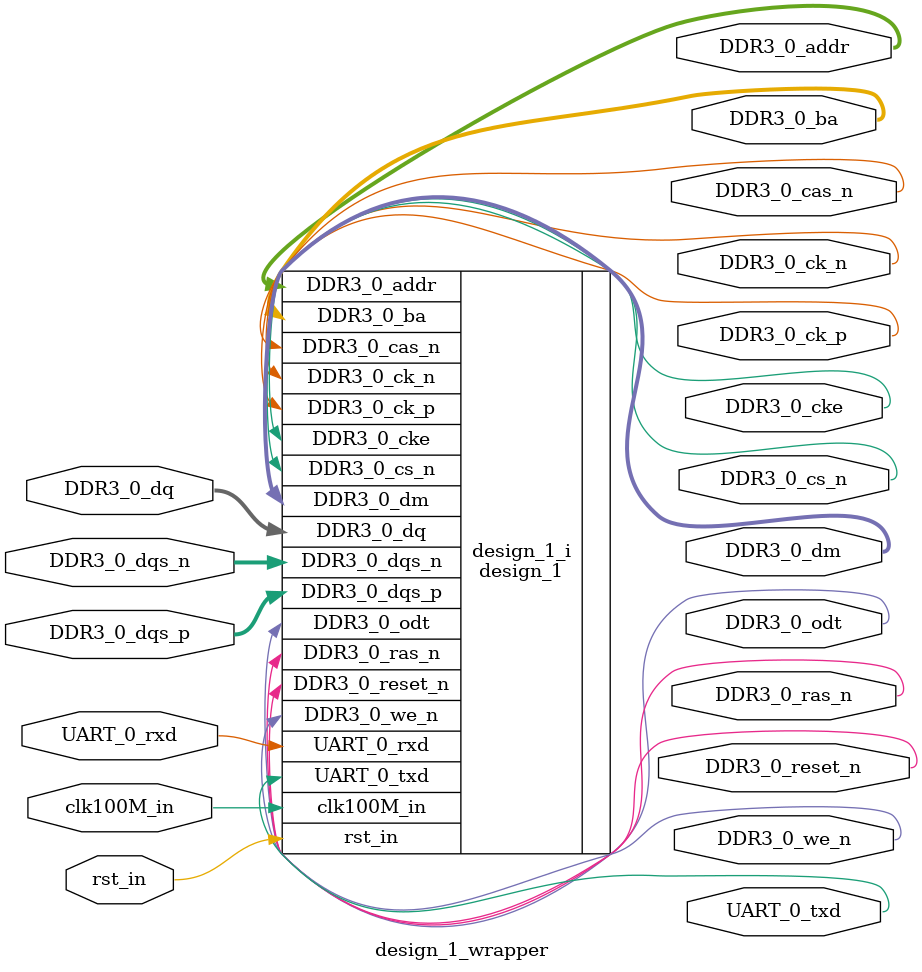
<source format=v>
`timescale 1 ps / 1 ps

module design_1_wrapper
   (DDR3_0_addr,
    DDR3_0_ba,
    DDR3_0_cas_n,
    DDR3_0_ck_n,
    DDR3_0_ck_p,
    DDR3_0_cke,
    DDR3_0_cs_n,
    DDR3_0_dm,
    DDR3_0_dq,
    DDR3_0_dqs_n,
    DDR3_0_dqs_p,
    DDR3_0_odt,
    DDR3_0_ras_n,
    DDR3_0_reset_n,
    DDR3_0_we_n,
    UART_0_rxd,
    UART_0_txd,
    clk100M_in,
    rst_in);
  output [14:0]DDR3_0_addr;
  output [2:0]DDR3_0_ba;
  output DDR3_0_cas_n;
  output [0:0]DDR3_0_ck_n;
  output [0:0]DDR3_0_ck_p;
  output [0:0]DDR3_0_cke;
  output [0:0]DDR3_0_cs_n;
  output [3:0]DDR3_0_dm;
  inout [31:0]DDR3_0_dq;
  inout [3:0]DDR3_0_dqs_n;
  inout [3:0]DDR3_0_dqs_p;
  output [0:0]DDR3_0_odt;
  output DDR3_0_ras_n;
  output DDR3_0_reset_n;
  output DDR3_0_we_n;
  input UART_0_rxd;
  output UART_0_txd;
  input clk100M_in;
  input rst_in;

  wire [14:0]DDR3_0_addr;
  wire [2:0]DDR3_0_ba;
  wire DDR3_0_cas_n;
  wire [0:0]DDR3_0_ck_n;
  wire [0:0]DDR3_0_ck_p;
  wire [0:0]DDR3_0_cke;
  wire [0:0]DDR3_0_cs_n;
  wire [3:0]DDR3_0_dm;
  wire [31:0]DDR3_0_dq;
  wire [3:0]DDR3_0_dqs_n;
  wire [3:0]DDR3_0_dqs_p;
  wire [0:0]DDR3_0_odt;
  wire DDR3_0_ras_n;
  wire DDR3_0_reset_n;
  wire DDR3_0_we_n;
  wire UART_0_rxd;
  wire UART_0_txd;
  wire clk100M_in;
  wire rst_in;

  design_1 design_1_i
       (.DDR3_0_addr(DDR3_0_addr),
        .DDR3_0_ba(DDR3_0_ba),
        .DDR3_0_cas_n(DDR3_0_cas_n),
        .DDR3_0_ck_n(DDR3_0_ck_n),
        .DDR3_0_ck_p(DDR3_0_ck_p),
        .DDR3_0_cke(DDR3_0_cke),
        .DDR3_0_cs_n(DDR3_0_cs_n),
        .DDR3_0_dm(DDR3_0_dm),
        .DDR3_0_dq(DDR3_0_dq),
        .DDR3_0_dqs_n(DDR3_0_dqs_n),
        .DDR3_0_dqs_p(DDR3_0_dqs_p),
        .DDR3_0_odt(DDR3_0_odt),
        .DDR3_0_ras_n(DDR3_0_ras_n),
        .DDR3_0_reset_n(DDR3_0_reset_n),
        .DDR3_0_we_n(DDR3_0_we_n),
        .UART_0_rxd(UART_0_rxd),
        .UART_0_txd(UART_0_txd),
        .clk100M_in(clk100M_in),
        .rst_in(rst_in));
endmodule

</source>
